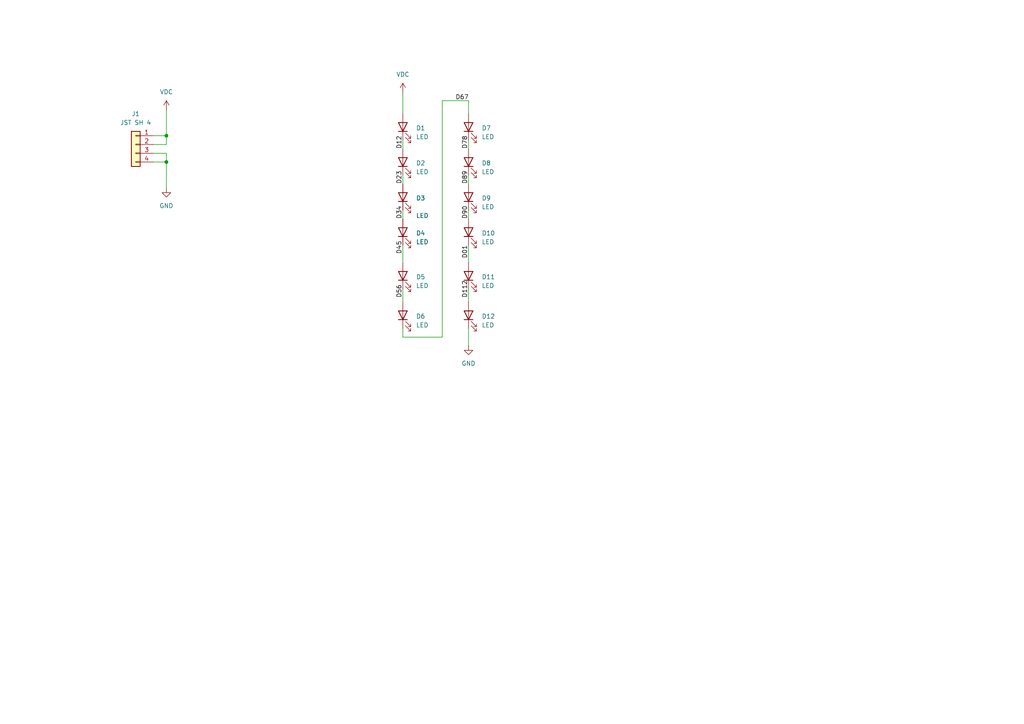
<source format=kicad_sch>
(kicad_sch (version 20250114) (generator "eeschema") (generator_version "9.0")
  (paper "A4")
  (lib_symbols
    (symbol "Connector_Generic:Conn_01x04" (pin_names (offset 1.016) (hide yes))
      (property "Reference" "J" (at 0 5.08 0))
      (property "Value" "Conn_01x04" (at 0 -7.62 0))
      (symbol "Conn_01x04_1_1"
        (rectangle (start -1.27 3.81) (end 1.27 -6.35) (stroke (width 0.254)) (fill (type background)))
        (rectangle (start -1.27 2.667) (end 0 2.413) (stroke (width 0.1524)))
        (rectangle (start -1.27 0.127) (end 0 -0.127) (stroke (width 0.1524)))
        (rectangle (start -1.27 -2.413) (end 0 -2.667) (stroke (width 0.1524)))
        (rectangle (start -1.27 -4.953) (end 0 -5.207) (stroke (width 0.1524)))
        (pin passive line (at -5.08 2.54 0) (length 3.81) (name "Pin_1") (number "1"))
        (pin passive line (at -5.08 0 0) (length 3.81) (name "Pin_2") (number "2"))
        (pin passive line (at -5.08 -2.54 0) (length 3.81) (name "Pin_3") (number "3"))
        (pin passive line (at -5.08 -5.08 0) (length 3.81) (name "Pin_4") (number "4"))
      )
    )
    (symbol "Device:LED" (pin_numbers (hide yes)) (pin_names (offset 1.016) (hide yes))
      (property "Reference" "D" (at 0 2.54 0))
      (property "Value" "LED" (at 0 -2.54 0))
      (symbol "LED_0_1"
        (polyline (pts (xy -3.048 -0.762) (xy -4.572 -2.286) (xy -3.81 -2.286) (xy -4.572 -2.286) (xy -4.572 -1.524)))
        (polyline (pts (xy -1.778 -0.762) (xy -3.302 -2.286) (xy -2.54 -2.286) (xy -3.302 -2.286) (xy -3.302 -1.524)))
        (polyline (pts (xy -1.27 0) (xy 1.27 0)))
        (polyline (pts (xy -1.27 -1.27) (xy -1.27 1.27)) (stroke (width 0.254)))
        (polyline (pts (xy 1.27 -1.27) (xy 1.27 1.27) (xy -1.27 0) (xy 1.27 -1.27)) (stroke (width 0.254)))
      )
      (symbol "LED_1_1"
        (pin passive line (at -3.81 0 0) (length 2.54) (name "K") (number "1"))
        (pin passive line (at 3.81 0 180) (length 2.54) (name "A") (number "2"))
      )
    )
    (symbol "power:GND" (power) (pin_numbers (hide yes)) (pin_names (offset 0) (hide yes))
      (property "Value" "GND" (at 0 -3.81 0))
      (symbol "GND_0_1"
        (polyline (pts (xy 0 0) (xy 0 -1.27) (xy 1.27 -1.27) (xy 0 -2.54) (xy -1.27 -1.27) (xy 0 -1.27)))
      )
      (symbol "GND_1_1"
        (pin power_in line (at 0 0 270) (length 0) (name "~") (number "1"))
      )
    )
    (symbol "power:VDC" (power) (pin_numbers (hide yes)) (pin_names (offset 0) (hide yes))
      (property "Value" "VDC" (at 0 3.556 0))
      (symbol "VDC_0_1"
        (polyline (pts (xy -0.762 1.27) (xy 0 2.54)))
        (polyline (pts (xy 0 2.54) (xy 0.762 1.27)))
        (polyline (pts (xy 0 0) (xy 0 2.54)))
      )
      (symbol "VDC_1_1"
        (pin power_in line (at 0 0 90) (length 0) (name "~") (number "1"))
      )
    )
  )
  (junction (at 48.26 39.37))
  (junction (at 48.26 46.99))
  (wire (pts (xy 128.27 97.79) (xy 116.84 97.79)))
  (wire (pts (xy 116.84 76.2) (xy 116.84 71.12)))
  (wire (pts (xy 44.45 46.99) (xy 48.26 46.99)))
  (wire (pts (xy 44.45 41.91) (xy 48.26 41.91)))
  (wire (pts (xy 135.89 76.2) (xy 135.89 71.12)))
  (wire (pts (xy 48.26 44.45) (xy 48.26 46.99)))
  (wire (pts (xy 116.84 63.5) (xy 116.84 60.96)))
  (wire (pts (xy 135.89 95.25) (xy 135.89 100.33)))
  (wire (pts (xy 135.89 87.63) (xy 135.89 83.82)))
  (wire (pts (xy 116.84 43.18) (xy 116.84 40.64)))
  (wire (pts (xy 116.84 26.67) (xy 116.84 33.02)))
  (wire (pts (xy 116.84 97.79) (xy 116.84 95.25)))
  (wire (pts (xy 48.26 39.37) (xy 48.26 31.75)))
  (wire (pts (xy 135.89 63.5) (xy 135.89 60.96)))
  (wire (pts (xy 135.89 29.21) (xy 128.27 29.21)))
  (wire (pts (xy 135.89 53.34) (xy 135.89 50.8)))
  (wire (pts (xy 116.84 87.63) (xy 116.84 83.82)))
  (wire (pts (xy 44.45 44.45) (xy 48.26 44.45)))
  (wire (pts (xy 48.26 41.91) (xy 48.26 39.37)))
  (wire (pts (xy 44.45 39.37) (xy 48.26 39.37)))
  (wire (pts (xy 48.26 46.99) (xy 48.26 54.61)))
  (wire (pts (xy 135.89 43.18) (xy 135.89 40.64)))
  (wire (pts (xy 116.84 53.34) (xy 116.84 50.8)))
  (wire (pts (xy 128.27 29.21) (xy 128.27 97.79)))
  (wire (pts (xy 135.89 29.21) (xy 135.89 33.02)))
  (label "D45" (at 116.84 73.66 90))
  (label "D112" (at 135.89 86.36 90))
  (label "D89" (at 135.89 53.34 90))
  (label "D12" (at 116.84 43.18 90))
  (label "D67" (at 132.08 29.21 0))
  (label "D01" (at 135.89 74.93 90))
  (label "D90" (at 135.89 63.5 90))
  (label "D78" (at 135.89 43.18 90))
  (label "D23" (at 116.84 53.34 90))
  (label "D34" (at 116.84 63.5 90))
  (label "D56" (at 116.84 86.36 90))
  (symbol (lib_id "power:GND") (at 48.26 54.61 0) (unit 1)
    (property "Reference" "#PWR02" (effects (hide yes)))
    (property "Value" "GND" (at 48.26 59.69 0))
    (property "Description" "Power symbol creates a global label with name \"GND\" , ground" (effects (hide yes)))
  )
  (symbol (lib_id "power:VDC") (at 116.84 26.67 0) (unit 1)
    (property "Reference" "#PWR03" (effects (hide yes)))
    (property "Value" "VDC" (at 116.84 21.59 0))
    (property "Description" "Power symbol creates a global label with name \"VDC\"" (effects (hide yes)))
  )
  (symbol (lib_id "power:GND") (at 135.89 100.33 0) (unit 1)
    (property "Reference" "#PWR04" (effects (hide yes)))
    (property "Value" "GND" (at 135.89 105.41 0))
    (property "Description" "Power symbol creates a global label with name \"GND\" , ground" (effects (hide yes)))
  )
  (symbol (lib_id "Device:LED") (at 116.84 57.15 90) (unit 1)
    (property "Reference" "D3" (at 120.65 57.4674 90) (effects (justify right)))
    (property "Value" "LED" (at 120.65 62.5474 90) (effects (justify right)))
    (property "Footprint" "fort:LED_Osram_4715-AS" (effects (hide yes)))
    (property "Description" "Light emitting diode" (effects (hide yes)))
    (property "MPN" "SFH 4715 AS" (effects (hide yes)))
  )
  (symbol (lib_id "Device:LED") (at 135.89 36.83 90) (unit 1)
    (property "Reference" "D7" (at 139.7 37.1474 90) (effects (justify right)))
    (property "Value" "LED" (at 139.7 39.6874 90) (effects (justify right)))
    (property "Footprint" "fort:LED_Osram_4715-AS" (effects (hide yes)))
    (property "Description" "Light emitting diode" (effects (hide yes)))
    (property "MPN" "SFH 4715 AS" (effects (hide yes)))
  )
  (symbol (lib_id "Connector_Generic:Conn_01x04") (at 39.37 41.91 0) (mirror y) (unit 1)
    (property "Reference" "J1" (at 39.37 33.02 0))
    (property "Value" "JST SH 4" (at 39.37 35.56 0))
    (property "Footprint" "fort:JST_PH_S4B-PH-SM4-TB_1x04-1MP_P2.00mm_Horizontal" (effects (hide yes)))
    (property "Description" "Generic connector, single row, 01x04, script generated (kicad-library-utils/schlib/autogen/connector/)" (effects (hide yes)))
    (property "MPN" "S4B-PH-SM4-TB" (effects (hide yes)))
  )
  (symbol (lib_id "Device:LED") (at 135.89 57.15 90) (unit 1)
    (property "Reference" "D9" (at 139.7 57.4674 90) (effects (justify right)))
    (property "Value" "LED" (at 139.7 60.0074 90) (effects (justify right)))
    (property "Footprint" "fort:LED_Osram_4715-AS" (effects (hide yes)))
    (property "Description" "Light emitting diode" (effects (hide yes)))
    (property "MPN" "SFH 4715 AS" (effects (hide yes)))
  )
  (symbol (lib_id "Device:LED") (at 116.84 67.31 90) (unit 1)
    (property "Reference" "D4" (at 120.65 67.6274 90) (effects (justify right)))
    (property "Value" "LED" (at 120.65 70.1674 90) (effects (justify right)))
    (property "Footprint" "fort:LED_Osram_4715-AS" (effects (hide yes)))
    (property "Description" "Light emitting diode" (effects (hide yes)))
    (property "MPN" "SFH 4715 AS" (effects (hide yes)))
  )
  (symbol (lib_id "Device:LED") (at 116.84 36.83 90) (unit 1)
    (property "Reference" "D1" (at 120.65 37.1474 90) (effects (justify right)))
    (property "Value" "LED" (at 120.65 39.6874 90) (effects (justify right)))
    (property "Footprint" "fort:LED_Osram_4715-AS" (effects (hide yes)))
    (property "Description" "Light emitting diode" (effects (hide yes)))
    (property "MPN" "SFH 4715 AS" (effects (hide yes)))
  )
  (symbol (lib_id "Device:LED") (at 116.84 80.01 90) (unit 1)
    (property "Reference" "D5" (at 120.65 80.3274 90) (effects (justify right)))
    (property "Value" "LED" (at 120.65 82.8674 90) (effects (justify right)))
    (property "Footprint" "fort:LED_Osram_4715-AS" (effects (hide yes)))
    (property "Description" "Light emitting diode" (effects (hide yes)))
    (property "MPN" "SFH 4715 AS" (effects (hide yes)))
  )
  (symbol (lib_id "Device:LED") (at 135.89 46.99 90) (unit 1)
    (property "Reference" "D8" (at 139.7 47.3074 90) (effects (justify right)))
    (property "Value" "LED" (at 139.7 49.8474 90) (effects (justify right)))
    (property "Footprint" "fort:LED_Osram_4715-AS" (effects (hide yes)))
    (property "Description" "Light emitting diode" (effects (hide yes)))
    (property "MPN" "SFH 4715 AS" (effects (hide yes)))
  )
  (symbol (lib_id "Device:LED") (at 135.89 67.31 90) (unit 1)
    (property "Reference" "D10" (at 139.7 67.6274 90) (effects (justify right)))
    (property "Value" "LED" (at 139.7 70.1674 90) (effects (justify right)))
    (property "Footprint" "fort:LED_Osram_4715-AS" (effects (hide yes)))
    (property "Description" "Light emitting diode" (effects (hide yes)))
    (property "MPN" "SFH 4715 AS" (effects (hide yes)))
  )
  (symbol (lib_id "Device:LED") (at 116.84 46.99 90) (unit 1)
    (property "Reference" "D2" (at 120.65 47.3074 90) (effects (justify right)))
    (property "Value" "LED" (at 120.65 49.8474 90) (effects (justify right)))
    (property "Footprint" "fort:LED_Osram_4715-AS" (effects (hide yes)))
    (property "Description" "Light emitting diode" (effects (hide yes)))
    (property "MPN" "SFH 4715 AS" (effects (hide yes)))
  )
  (symbol (lib_id "Device:LED") (at 135.89 80.01 90) (unit 1)
    (property "Reference" "D11" (at 139.7 80.3274 90) (effects (justify right)))
    (property "Value" "LED" (at 139.7 82.8674 90) (effects (justify right)))
    (property "Footprint" "fort:LED_Osram_4715-AS" (effects (hide yes)))
    (property "Description" "Light emitting diode" (effects (hide yes)))
    (property "MPN" "SFH 4715 AS" (effects (hide yes)))
  )
  (symbol (lib_id "Device:LED") (at 116.84 91.44 90) (unit 1)
    (property "Reference" "D6" (at 120.65 91.7574 90) (effects (justify right)))
    (property "Value" "LED" (at 120.65 94.2974 90) (effects (justify right)))
    (property "Footprint" "fort:LED_Osram_4715-AS" (effects (hide yes)))
    (property "Description" "Light emitting diode" (effects (hide yes)))
    (property "MPN" "SFH 4715 AS" (effects (hide yes)))
  )
  (symbol (lib_id "power:VDC") (at 48.26 31.75 0) (unit 1)
    (property "Reference" "#PWR01" (effects (hide yes)))
    (property "Value" "VDC" (at 48.26 26.67 0))
    (property "Description" "Power symbol creates a global label with name \"VDC\"" (effects (hide yes)))
  )
  (symbol (lib_id "Device:LED") (at 135.89 91.44 90) (unit 1)
    (property "Reference" "D12" (at 139.7 91.7574 90) (effects (justify right)))
    (property "Value" "LED" (at 139.7 94.2974 90) (effects (justify right)))
    (property "Footprint" "fort:LED_Osram_4715-AS" (effects (hide yes)))
    (property "Description" "Light emitting diode" (effects (hide yes)))
    (property "MPN" "SFH 4715 AS" (effects (hide yes)))
  )
)
</source>
